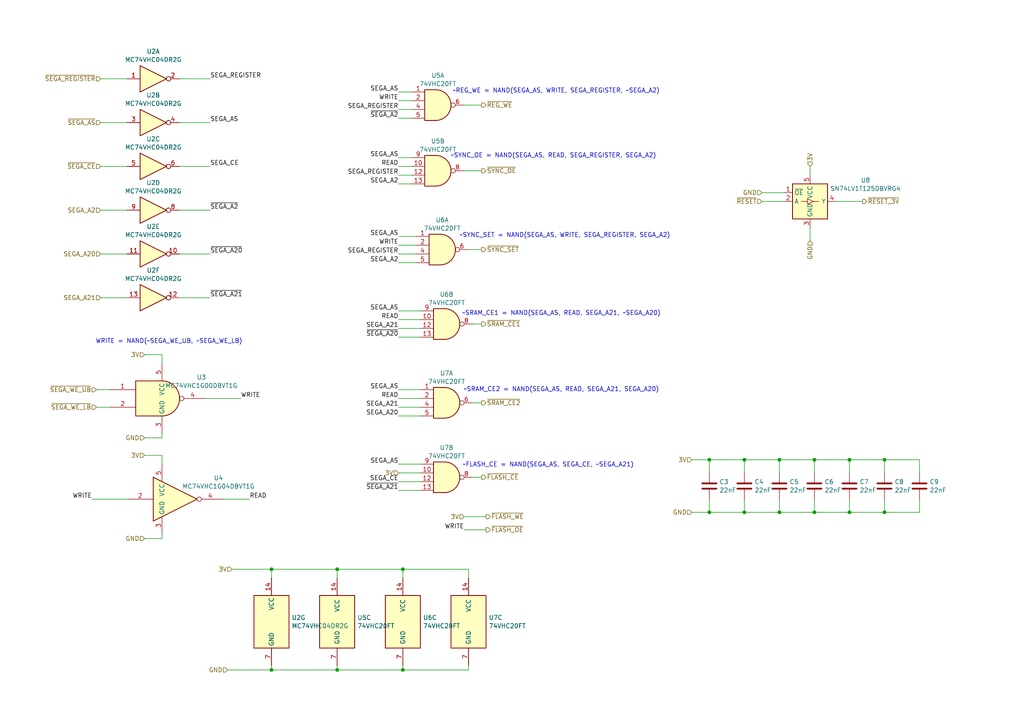
<source format=kicad_sch>
(kicad_sch (version 20231120) (generator "eeschema") (generator_version "8.0")
  (paper "A4")
  (title_block (title "Kinetoscope Control Signal Decoder"))
  (lib_symbols
    (symbol "74xGxx:74AUP1G00"
      (property "Reference" "U" (at -2.54 3.81 0))
      (property "Value" "74AUP1G00" (at 0 -3.81 0))
      (symbol "74AUP1G00_0_1"
        (arc (start 0 -5.08) (mid 5.0579 0) (end 0 5.08) (stroke (width 0.254)) (fill (type background)))
        (polyline (pts (xy 0 -5.08) (xy -7.62 -5.08) (xy -7.62 5.08) (xy 0 5.08)) (stroke (width 0.254)) (fill (type background)))
      )
      (symbol "74AUP1G00_1_1"
        (pin input line (at -15.24 2.54 0) (length 7.62) (name "~") (number "1"))
        (pin input line (at -15.24 -2.54 0) (length 7.62) (name "~") (number "2"))
        (pin power_in line (at 0 -10.16 90) (length 5.08) (name "GND") (number "3"))
        (pin output inverted (at 12.7 0 180) (length 7.62) (name "~") (number "4"))
        (pin power_in line (at 0 10.16 270) (length 5.08) (name "VCC") (number "5"))
      )
    )
    (symbol "74xGxx:74LVC1G04"
      (property "Reference" "U" (at 0 7.62 0))
      (property "Value" "74LVC1G04" (at 5.08 -7.62 0))
      (symbol "74LVC1G04_0_1"
        (polyline (pts (xy -7.62 6.35) (xy -7.62 -6.35) (xy 5.08 0) (xy -7.62 6.35)) (stroke (width 0.254)) (fill (type background)))
      )
      (symbol "74LVC1G04_1_1"
        (pin input line (at -15.24 0 0) (length 7.62) (name "~") (number "2"))
        (pin power_in line (at -5.08 -10.16 90) (length 5.08) (name "GND") (number "3"))
        (pin output inverted (at 12.7 0 180) (length 7.62) (name "~") (number "4"))
        (pin power_in line (at -5.08 10.16 270) (length 5.08) (name "VCC") (number "5"))
      )
    )
    (symbol "74xx:74HC04"
      (property "Reference" "U" (at 0 1.27 0))
      (property "Value" "74HC04" (at 0 -1.27 0))
      (symbol "74HC04_1_0"
        (polyline (pts (xy -3.81 3.81) (xy -3.81 -3.81) (xy 3.81 0) (xy -3.81 3.81)) (stroke (width 0.254)) (fill (type background)))
        (pin input line (at -7.62 0 0) (length 3.81) (name "~") (number "1"))
        (pin output inverted (at 7.62 0 180) (length 3.81) (name "~") (number "2"))
      )
      (symbol "74HC04_2_0"
        (polyline (pts (xy -3.81 3.81) (xy -3.81 -3.81) (xy 3.81 0) (xy -3.81 3.81)) (stroke (width 0.254)) (fill (type background)))
        (pin input line (at -7.62 0 0) (length 3.81) (name "~") (number "3"))
        (pin output inverted (at 7.62 0 180) (length 3.81) (name "~") (number "4"))
      )
      (symbol "74HC04_3_0"
        (polyline (pts (xy -3.81 3.81) (xy -3.81 -3.81) (xy 3.81 0) (xy -3.81 3.81)) (stroke (width 0.254)) (fill (type background)))
        (pin input line (at -7.62 0 0) (length 3.81) (name "~") (number "5"))
        (pin output inverted (at 7.62 0 180) (length 3.81) (name "~") (number "6"))
      )
      (symbol "74HC04_4_0"
        (polyline (pts (xy -3.81 3.81) (xy -3.81 -3.81) (xy 3.81 0) (xy -3.81 3.81)) (stroke (width 0.254)) (fill (type background)))
        (pin output inverted (at 7.62 0 180) (length 3.81) (name "~") (number "8"))
        (pin input line (at -7.62 0 0) (length 3.81) (name "~") (number "9"))
      )
      (symbol "74HC04_5_0"
        (polyline (pts (xy -3.81 3.81) (xy -3.81 -3.81) (xy 3.81 0) (xy -3.81 3.81)) (stroke (width 0.254)) (fill (type background)))
        (pin output inverted (at 7.62 0 180) (length 3.81) (name "~") (number "10"))
        (pin input line (at -7.62 0 0) (length 3.81) (name "~") (number "11"))
      )
      (symbol "74HC04_6_0"
        (polyline (pts (xy -3.81 3.81) (xy -3.81 -3.81) (xy 3.81 0) (xy -3.81 3.81)) (stroke (width 0.254)) (fill (type background)))
        (pin output inverted (at 7.62 0 180) (length 3.81) (name "~") (number "12"))
        (pin input line (at -7.62 0 0) (length 3.81) (name "~") (number "13"))
      )
      (symbol "74HC04_7_0"
        (pin power_in line (at 0 12.7 270) (length 5.08) (name "VCC") (number "14"))
        (pin power_in line (at 0 -12.7 90) (length 5.08) (name "GND") (number "7"))
      )
      (symbol "74HC04_7_1"
        (rectangle (start -5.08 7.62) (end 5.08 -7.62) (stroke (width 0.254)) (fill (type background)))
      )
    )
    (symbol "74xx:74LS20" (pin_names (offset 1.016))
      (property "Reference" "U" (at 0 1.27 0))
      (property "Value" "74LS20" (at 0 -1.27 0))
      (symbol "74LS20_1_1"
        (arc (start -0.635 -4.445) (mid 3.7907 0) (end -0.635 4.445) (stroke (width 0.254)) (fill (type background)))
        (polyline (pts (xy -0.635 4.445) (xy -3.81 4.445) (xy -3.81 -4.445) (xy -0.635 -4.445)) (stroke (width 0.254)) (fill (type background)))
        (pin input line (at -7.62 3.81 0) (length 3.81) (name "~") (number "1"))
        (pin input line (at -7.62 1.27 0) (length 3.81) (name "~") (number "2"))
        (pin input line (at -7.62 -1.27 0) (length 3.81) (name "~") (number "4"))
        (pin input line (at -7.62 -3.81 0) (length 3.81) (name "~") (number "5"))
        (pin output inverted (at 7.62 0 180) (length 3.81) (name "~") (number "6"))
      )
      (symbol "74LS20_1_2"
        (arc (start -3.81 -4.445) (mid -2.5908 0) (end -3.81 4.445) (stroke (width 0.254)))
        (arc (start -0.6096 -4.445) (mid 2.2246 -2.8422) (end 3.81 0) (stroke (width 0.254)) (fill (type background)))
        (polyline (pts (xy -3.81 -4.445) (xy -0.635 -4.445)) (stroke (width 0.254)) (fill (type background)))
        (polyline (pts (xy -3.81 4.445) (xy -0.635 4.445)) (stroke (width 0.254)) (fill (type background)))
        (polyline (pts (xy -0.635 4.445) (xy -3.81 4.445) (xy -3.81 4.445) (xy -3.6322 4.0894) (xy -3.0988 2.921) (xy -2.7686 1.6764) (xy -2.6162 0.4318) (xy -2.6416 -0.8636) (xy -2.8702 -2.1082) (xy -3.2512 -3.3274) (xy -3.81 -4.445) (xy -3.81 -4.445) (xy -0.635 -4.445)) (stroke (width -25.4)) (fill (type background)))
        (arc (start 3.81 0) (mid 2.2204 2.8379) (end -0.6096 4.445) (stroke (width 0.254)) (fill (type background)))
        (pin input inverted (at -7.62 3.81 0) (length 3.81) (name "~") (number "1"))
        (pin input inverted (at -7.62 1.27 0) (length 4.826) (name "~") (number "2"))
        (pin input inverted (at -7.62 -1.27 0) (length 4.826) (name "~") (number "4"))
        (pin input inverted (at -7.62 -3.81 0) (length 3.81) (name "~") (number "5"))
        (pin output line (at 7.62 0 180) (length 3.81) (name "~") (number "6"))
      )
      (symbol "74LS20_2_1"
        (arc (start -0.635 -4.445) (mid 3.7907 0) (end -0.635 4.445) (stroke (width 0.254)) (fill (type background)))
        (polyline (pts (xy -0.635 4.445) (xy -3.81 4.445) (xy -3.81 -4.445) (xy -0.635 -4.445)) (stroke (width 0.254)) (fill (type background)))
        (pin input line (at -7.62 1.27 0) (length 3.81) (name "~") (number "10"))
        (pin input line (at -7.62 -1.27 0) (length 3.81) (name "~") (number "12"))
        (pin input line (at -7.62 -3.81 0) (length 3.81) (name "~") (number "13"))
        (pin output inverted (at 7.62 0 180) (length 3.81) (name "~") (number "8"))
        (pin input line (at -7.62 3.81 0) (length 3.81) (name "~") (number "9"))
      )
      (symbol "74LS20_2_2"
        (arc (start -3.81 -4.445) (mid -2.5908 0) (end -3.81 4.445) (stroke (width 0.254)))
        (arc (start -0.6096 -4.445) (mid 2.2246 -2.8422) (end 3.81 0) (stroke (width 0.254)) (fill (type background)))
        (polyline (pts (xy -3.81 -4.445) (xy -0.635 -4.445)) (stroke (width 0.254)) (fill (type background)))
        (polyline (pts (xy -3.81 4.445) (xy -0.635 4.445)) (stroke (width 0.254)) (fill (type background)))
        (polyline (pts (xy -0.635 4.445) (xy -3.81 4.445) (xy -3.81 4.445) (xy -3.6322 4.0894) (xy -3.0988 2.921) (xy -2.7686 1.6764) (xy -2.6162 0.4318) (xy -2.6416 -0.8636) (xy -2.8702 -2.1082) (xy -3.2512 -3.3274) (xy -3.81 -4.445) (xy -3.81 -4.445) (xy -0.635 -4.445)) (stroke (width -25.4)) (fill (type background)))
        (arc (start 3.81 0) (mid 2.2204 2.8379) (end -0.6096 4.445) (stroke (width 0.254)) (fill (type background)))
        (pin input inverted (at -7.62 1.27 0) (length 4.826) (name "~") (number "10"))
        (pin input inverted (at -7.62 -1.27 0) (length 4.826) (name "~") (number "12"))
        (pin input inverted (at -7.62 -3.81 0) (length 3.81) (name "~") (number "13"))
        (pin output line (at 7.62 0 180) (length 3.81) (name "~") (number "8"))
        (pin input inverted (at -7.62 3.81 0) (length 3.81) (name "~") (number "9"))
      )
      (symbol "74LS20_3_0"
        (pin power_in line (at 0 12.7 270) (length 5.08) (name "VCC") (number "14"))
        (pin power_in line (at 0 -12.7 90) (length 5.08) (name "GND") (number "7"))
      )
      (symbol "74LS20_3_1"
        (rectangle (start -5.08 7.62) (end 5.08 -7.62) (stroke (width 0.254)) (fill (type background)))
      )
    )
    (symbol "Device:C" (pin_numbers hide) (pin_names (offset 0.254))
      (property "Reference" "C" (at 0.635 2.54 0))
      (property "Value" "C" (at 0.635 -2.54 0))
      (symbol "C_0_1"
        (polyline (pts (xy -2.032 -0.762) (xy 2.032 -0.762)) (stroke (width 0.508)))
        (polyline (pts (xy -2.032 0.762) (xy 2.032 0.762)) (stroke (width 0.508)))
      )
      (symbol "C_1_1"
        (pin passive line (at 0 3.81 270) (length 2.794) (name "~") (number "1"))
        (pin passive line (at 0 -3.81 90) (length 2.794) (name "~") (number "2"))
      )
    )
    (symbol "Logic_LevelTranslator:SN74LV1T125DBV"
      (property "Reference" "U" (at 5.08 6.35 0))
      (property "Value" "SN74LV1T125DBV" (at 5.08 3.81 0))
      (symbol "SN74LV1T125DBV_0_1"
        (rectangle (start -5.08 5.08) (end 5.08 -5.08) (stroke (width 0.254)) (fill (type background)))
        (polyline (pts (xy -0.762 0) (xy -2.54 0)))
        (polyline (pts (xy 1.016 0) (xy 2.54 0)))
      )
      (symbol "SN74LV1T125DBV_1_1"
        (polyline (pts (xy -0.762 -0.762) (xy -0.762 0.762) (xy 1.016 0) (xy -0.762 -0.762)))
        (pin input line (at -7.62 2.54 0) (length 2.54) (name "~{OE}") (number "1"))
        (pin input line (at -7.62 0 0) (length 2.54) (name "A") (number "2"))
        (pin power_in line (at 0 -7.62 90) (length 2.54) (name "GND") (number "3"))
        (pin output line (at 7.62 0 180) (length 2.54) (name "Y") (number "4"))
        (pin power_in line (at 0 7.62 270) (length 2.54) (name "VCC") (number "5"))
      )
    )
  )
  (junction (at 256.54 148.59))
  (junction (at 215.9 148.59))
  (junction (at 205.74 133.35))
  (junction (at 226.06 133.35))
  (junction (at 246.38 133.35))
  (junction (at 116.84 165.1))
  (junction (at 236.22 148.59))
  (junction (at 246.38 148.59))
  (junction (at 78.74 194.31))
  (junction (at 205.74 148.59))
  (junction (at 116.84 194.31))
  (junction (at 97.79 165.1))
  (junction (at 215.9 133.35))
  (junction (at 236.22 133.35))
  (junction (at 226.06 148.59))
  (junction (at 256.54 133.35))
  (junction (at 78.74 165.1))
  (junction (at 97.79 194.31))
  (wire (pts (xy 256.54 133.35) (xy 256.54 137.16)))
  (wire (pts (xy 246.38 144.78) (xy 246.38 148.59)))
  (wire (pts (xy 246.38 133.35) (xy 246.38 137.16)))
  (wire (pts (xy 115.57 26.67) (xy 119.38 26.67)))
  (wire (pts (xy 116.84 165.1) (xy 135.89 165.1)))
  (wire (pts (xy 226.06 133.35) (xy 236.22 133.35)))
  (wire (pts (xy 134.62 153.67) (xy 140.97 153.67)))
  (wire (pts (xy 115.57 139.7) (xy 121.92 139.7)))
  (wire (pts (xy 115.57 48.26) (xy 119.38 48.26)))
  (wire (pts (xy 256.54 144.78) (xy 256.54 148.59)))
  (wire (pts (xy 215.9 144.78) (xy 215.9 148.59)))
  (wire (pts (xy 29.21 35.56) (xy 36.83 35.56)))
  (wire (pts (xy 135.89 72.39) (xy 139.7 72.39)))
  (wire (pts (xy 137.16 116.84) (xy 139.7 116.84)))
  (wire (pts (xy 246.38 148.59) (xy 256.54 148.59)))
  (wire (pts (xy 236.22 133.35) (xy 236.22 137.16)))
  (wire (pts (xy 242.57 58.42) (xy 250.19 58.42)))
  (wire (pts (xy 115.57 142.24) (xy 121.92 142.24)))
  (wire (pts (xy 266.7 144.78) (xy 266.7 148.59)))
  (wire (pts (xy 116.84 165.1) (xy 116.84 167.64)))
  (wire (pts (xy 115.57 29.21) (xy 119.38 29.21)))
  (wire (pts (xy 67.31 165.1) (xy 78.74 165.1)))
  (wire (pts (xy 215.9 148.59) (xy 226.06 148.59)))
  (wire (pts (xy 115.57 90.17) (xy 121.92 90.17)))
  (wire (pts (xy 115.57 68.58) (xy 120.65 68.58)))
  (wire (pts (xy 236.22 148.59) (xy 246.38 148.59)))
  (wire (pts (xy 116.84 194.31) (xy 135.89 194.31)))
  (wire (pts (xy 52.07 86.36) (xy 60.96 86.36)))
  (wire (pts (xy 266.7 133.35) (xy 266.7 137.16)))
  (wire (pts (xy 220.98 55.88) (xy 227.33 55.88)))
  (wire (pts (xy 205.74 133.35) (xy 205.74 137.16)))
  (wire (pts (xy 29.21 86.36) (xy 36.83 86.36)))
  (wire (pts (xy 256.54 148.59) (xy 266.7 148.59)))
  (wire (pts (xy 41.91 127) (xy 46.99 127)))
  (wire (pts (xy 220.98 58.42) (xy 227.33 58.42)))
  (wire (pts (xy 29.21 22.86) (xy 36.83 22.86)))
  (wire (pts (xy 236.22 133.35) (xy 246.38 133.35)))
  (wire (pts (xy 29.21 48.26) (xy 36.83 48.26)))
  (wire (pts (xy 137.16 93.98) (xy 139.7 93.98)))
  (wire (pts (xy 29.21 60.96) (xy 36.83 60.96)))
  (wire (pts (xy 200.66 133.35) (xy 205.74 133.35)))
  (wire (pts (xy 135.89 194.31) (xy 135.89 193.04)))
  (wire (pts (xy 97.79 194.31) (xy 116.84 194.31)))
  (wire (pts (xy 115.57 97.79) (xy 121.92 97.79)))
  (wire (pts (xy 246.38 133.35) (xy 256.54 133.35)))
  (wire (pts (xy 46.99 132.08) (xy 41.91 132.08)))
  (wire (pts (xy 52.07 22.86) (xy 60.96 22.86)))
  (wire (pts (xy 134.62 30.48) (xy 139.7 30.48)))
  (wire (pts (xy 78.74 194.31) (xy 97.79 194.31)))
  (wire (pts (xy 41.91 102.87) (xy 46.99 102.87)))
  (wire (pts (xy 115.57 115.57) (xy 121.92 115.57)))
  (wire (pts (xy 46.99 134.62) (xy 46.99 132.08)))
  (wire (pts (xy 46.99 127) (xy 46.99 125.73)))
  (wire (pts (xy 27.94 113.03) (xy 31.75 113.03)))
  (wire (pts (xy 215.9 133.35) (xy 226.06 133.35)))
  (wire (pts (xy 115.57 134.62) (xy 121.92 134.62)))
  (wire (pts (xy 115.57 50.8) (xy 119.38 50.8)))
  (wire (pts (xy 115.57 120.65) (xy 121.92 120.65)))
  (wire (pts (xy 205.74 148.59) (xy 215.9 148.59)))
  (wire (pts (xy 115.57 95.25) (xy 121.92 95.25)))
  (wire (pts (xy 215.9 133.35) (xy 215.9 137.16)))
  (wire (pts (xy 205.74 133.35) (xy 215.9 133.35)))
  (wire (pts (xy 115.57 73.66) (xy 120.65 73.66)))
  (wire (pts (xy 115.57 92.71) (xy 121.92 92.71)))
  (wire (pts (xy 115.57 137.16) (xy 121.92 137.16)))
  (wire (pts (xy 116.84 194.31) (xy 116.84 193.04)))
  (wire (pts (xy 46.99 156.21) (xy 46.99 154.94)))
  (wire (pts (xy 52.07 73.66) (xy 60.96 73.66)))
  (wire (pts (xy 115.57 76.2) (xy 120.65 76.2)))
  (wire (pts (xy 59.69 115.57) (xy 69.85 115.57)))
  (wire (pts (xy 64.77 144.78) (xy 72.39 144.78)))
  (wire (pts (xy 205.74 144.78) (xy 205.74 148.59)))
  (wire (pts (xy 236.22 144.78) (xy 236.22 148.59)))
  (wire (pts (xy 134.62 49.53) (xy 139.7 49.53)))
  (wire (pts (xy 137.16 138.43) (xy 139.7 138.43)))
  (wire (pts (xy 27.94 118.11) (xy 31.75 118.11)))
  (wire (pts (xy 226.06 133.35) (xy 226.06 137.16)))
  (wire (pts (xy 115.57 31.75) (xy 119.38 31.75)))
  (wire (pts (xy 52.07 48.26) (xy 60.96 48.26)))
  (wire (pts (xy 52.07 60.96) (xy 60.96 60.96)))
  (wire (pts (xy 26.67 144.78) (xy 36.83 144.78)))
  (wire (pts (xy 29.21 73.66) (xy 36.83 73.66)))
  (wire (pts (xy 78.74 165.1) (xy 97.79 165.1)))
  (wire (pts (xy 234.95 48.26) (xy 234.95 50.8)))
  (wire (pts (xy 46.99 102.87) (xy 46.99 105.41)))
  (wire (pts (xy 226.06 148.59) (xy 236.22 148.59)))
  (wire (pts (xy 97.79 165.1) (xy 116.84 165.1)))
  (wire (pts (xy 52.07 35.56) (xy 60.96 35.56)))
  (wire (pts (xy 78.74 193.04) (xy 78.74 194.31)))
  (wire (pts (xy 97.79 165.1) (xy 97.79 167.64)))
  (wire (pts (xy 41.91 156.21) (xy 46.99 156.21)))
  (wire (pts (xy 135.89 165.1) (xy 135.89 167.64)))
  (wire (pts (xy 115.57 118.11) (xy 121.92 118.11)))
  (wire (pts (xy 115.57 34.29) (xy 119.38 34.29)))
  (wire (pts (xy 115.57 53.34) (xy 119.38 53.34)))
  (wire (pts (xy 234.95 66.04) (xy 234.95 69.85)))
  (wire (pts (xy 78.74 194.31) (xy 66.04 194.31)))
  (wire (pts (xy 97.79 194.31) (xy 97.79 193.04)))
  (wire (pts (xy 115.57 45.72) (xy 119.38 45.72)))
  (wire (pts (xy 134.62 149.86) (xy 140.97 149.86)))
  (wire (pts (xy 78.74 165.1) (xy 78.74 167.64)))
  (wire (pts (xy 200.66 148.59) (xy 205.74 148.59)))
  (wire (pts (xy 226.06 144.78) (xy 226.06 148.59)))
  (wire (pts (xy 115.57 71.12) (xy 120.65 71.12)))
  (wire (pts (xy 115.57 113.03) (xy 121.92 113.03)))
  (wire (pts (xy 256.54 133.35) (xy 266.7 133.35)))
  (text "~SYNC_SET = NAND(SEGA_AS, WRITE, SEGA_REGISTER, SEGA_A2)" (at 163.83 68.326 0) (effects (font (size 1.27 1.27))))
  (text "WRITE = NAND(~SEGA_WE_UB, ~SEGA_WE_LB)" (at 49.022 99.06 0) (effects (font (size 1.27 1.27))))
  (text "~FLASH_CE = NAND(SEGA_AS, SEGA_CE, ~SEGA_A21)" (at 159.004 134.874 0) (effects (font (size 1.27 1.27))))
  (text "~SYNC_OE = NAND(SEGA_AS, READ, SEGA_REGISTER, SEGA_A2)" (at 160.528 45.212 0) (effects (font (size 1.27 1.27))))
  (text "~SRAM_CE1 = NAND(SEGA_AS, READ, SEGA_A21, ~SEGA_A20)" (at 162.814 90.932 0) (effects (font (size 1.27 1.27))))
  (text "~SRAM_CE2 = NAND(SEGA_AS, READ, SEGA_A21, SEGA_A20)" (at 162.814 113.03 0) (effects (font (size 1.27 1.27))))
  (text "~REG_WE = NAND(SEGA_AS, WRITE, SEGA_REGISTER, ~SEGA_A2)" (at 161.29 26.416 0) (effects (font (size 1.27 1.27))))
  (label "SEGA_A21" (at 115.57 95.25 180))
  (label "SEGA_A21" (at 115.57 118.11 180))
  (label "SEGA_REGISTER" (at 115.57 31.75 180))
  (label "SEGA_A2" (at 115.57 76.2 180))
  (label "SEGA_AS" (at 115.57 68.58 180))
  (label "~{SEGA_A2}" (at 115.57 34.29 180))
  (label "SEGA_REGISTER" (at 115.57 73.66 180))
  (label "~{SEGA_A21}" (at 60.96 86.36 0))
  (label "READ" (at 72.39 144.78 0))
  (label "SEGA_AS" (at 115.57 26.67 180))
  (label "SEGA_AS" (at 115.57 134.62 180))
  (label "~{SEGA_A20}" (at 60.96 73.66 0))
  (label "WRITE" (at 69.85 115.57 0))
  (label "SEGA_AS" (at 115.57 113.03 180))
  (label "WRITE" (at 115.57 29.21 180))
  (label "SEGA_CE" (at 115.57 139.7 180))
  (label "SEGA_AS" (at 115.57 90.17 180))
  (label "WRITE" (at 26.67 144.78 180))
  (label "READ" (at 115.57 115.57 180))
  (label "~{SEGA_A20}" (at 115.57 97.79 180))
  (label "SEGA_REGISTER" (at 115.57 50.8 180))
  (label "SEGA_CE" (at 60.96 48.26 0))
  (label "SEGA_A20" (at 115.57 120.65 180))
  (label "READ" (at 115.57 92.71 180))
  (label "SEGA_REGISTER" (at 60.96 22.86 0))
  (label "WRITE" (at 134.62 153.67 180))
  (label "SEGA_AS" (at 115.57 45.72 180))
  (label "READ" (at 115.57 48.26 180))
  (label "~{SEGA_A21}" (at 115.57 142.24 180))
  (label "SEGA_A2" (at 115.57 53.34 180))
  (label "WRITE" (at 115.57 71.12 180))
  (label "SEGA_AS" (at 60.96 35.56 0))
  (label "~{SEGA_A2}" (at 60.96 60.96 0))
  (hierarchical_label "~{SEGA_REGISTER}" (shape input) (at 29.21 22.86 180))
  (hierarchical_label "GND" (shape input) (at 220.98 55.88 180))
  (hierarchical_label "~{SEGA_CE}" (shape input) (at 29.21 48.26 180))
  (hierarchical_label "~{SEGA_WE_UB}" (shape input) (at 27.94 113.03 180))
  (hierarchical_label "~{SYNC_SET}" (shape output) (at 139.7 72.39 0))
  (hierarchical_label "3V" (shape input) (at 134.62 149.86 180))
  (hierarchical_label "3V" (shape input) (at 115.57 137.16 180))
  (hierarchical_label "3V" (shape input) (at 200.66 133.35 180))
  (hierarchical_label "SEGA_A2" (shape input) (at 29.21 60.96 180))
  (hierarchical_label "~{RESET}" (shape input) (at 220.98 58.42 180))
  (hierarchical_label "3V" (shape input) (at 67.31 165.1 180))
  (hierarchical_label "GND" (shape input) (at 41.91 127 180))
  (hierarchical_label "~{SEGA_WE_LB}" (shape input) (at 27.94 118.11 180))
  (hierarchical_label "~{FLASH_OE}" (shape output) (at 140.97 153.67 0))
  (hierarchical_label "~{SRAM_CE1}" (shape output) (at 139.7 93.98 0))
  (hierarchical_label "~{FLASH_WE}" (shape output) (at 140.97 149.86 0))
  (hierarchical_label "SEGA_A20" (shape input) (at 29.21 73.66 180))
  (hierarchical_label "GND" (shape input) (at 200.66 148.59 180))
  (hierarchical_label "~{RESET_3V}" (shape output) (at 250.19 58.42 0))
  (hierarchical_label "3V" (shape input) (at 41.91 132.08 180))
  (hierarchical_label "GND" (shape input) (at 234.95 69.85 270))
  (hierarchical_label "GND" (shape input) (at 41.91 156.21 180))
  (hierarchical_label "~{FLASH_CE}" (shape output) (at 139.7 138.43 0))
  (hierarchical_label "3V" (shape input) (at 234.95 48.26 90))
  (hierarchical_label "GND" (shape input) (at 66.04 194.31 180))
  (hierarchical_label "~{SRAM_CE2}" (shape output) (at 139.7 116.84 0))
  (hierarchical_label "SEGA_A21" (shape input) (at 29.21 86.36 180))
  (hierarchical_label "~{REG_WE}" (shape output) (at 139.7 30.48 0))
  (hierarchical_label "3V" (shape input) (at 41.91 102.87 180))
  (hierarchical_label "~{SYNC_OE}" (shape output) (at 139.7 49.53 0))
  (hierarchical_label "~{SEGA_AS}" (shape input) (at 29.21 35.56 180))
  (symbol (lib_id "Logic_LevelTranslator:SN74LV1T125DBV") (at 234.95 58.42 0) (unit 1)
    (property "Reference" "U8" (at 251.0329 52.275 0))
    (property "Value" "SN74LV1T125DBVRG4" (at 251.0329 54.6993 0))
    (property "Footprint" "Package_TO_SOT_SMD:SOT-23-5" (effects (hide yes)))
    (property "Datasheet" "https://www.ti.com/lit/gpn/sn74lv1t125" (effects (hide yes)))
    (property "Description" "Single Power Supply, Single Buffer Gate with 3-State Output, CMOS Logic Level Shifter Level Shifter, SOT-23-5" (effects (hide yes)))
  )
  (symbol (lib_id "74xGxx:74LVC1G04") (at 52.07 144.78 0) (unit 1)
    (property "Reference" "U4" (at 63.3753 138.635 0))
    (property "Value" "MC74VHC1G04DBVT1G" (at 63.3753 141.0593 0))
    (property "Footprint" "Package_TO_SOT_SMD:SC-74A-5_1.55x2.9mm_P0.95mm" (effects (hide yes)))
    (property "Datasheet" "https://www.mouser.com/datasheet/2/308/1/MC74VHC1G04_D-2316026.pdf" (effects (hide yes)))
    (property "Description" "Single NOT Gate, Low-Voltage CMOS" (effects (hide yes)))
  )
  (symbol (lib_id "74xx:74LS20") (at 128.27 72.39 0) (unit 1)
    (property "Reference" "U6" (at 128.2603 63.8005 0))
    (property "Value" "74VHC20FT" (at 128.2603 66.2248 0))
    (property "Footprint" "Package_SO:TSSOP-14_4.4x5mm_P0.65mm" (effects (hide yes)))
    (property "Datasheet" "https://www.mouser.com/datasheet/2/408/74VHC20FT_datasheet_en_20160818-1528131.pdf" (effects (hide yes)))
    (property "Description" "Dual 4-input NAND" (effects (hide yes)))
  )
  (symbol (lib_id "74xx:74LS20") (at 129.54 116.84 0) (unit 1)
    (property "Reference" "U7" (at 129.5303 108.2505 0))
    (property "Value" "74VHC20FT" (at 129.5303 110.6748 0))
    (property "Footprint" "Package_SO:TSSOP-14_4.4x5mm_P0.65mm" (effects (hide yes)))
    (property "Datasheet" "https://www.mouser.com/datasheet/2/408/74VHC20FT_datasheet_en_20160818-1528131.pdf" (effects (hide yes)))
    (property "Description" "Dual 4-input NAND" (effects (hide yes)))
  )
  (symbol (lib_id "Device:C") (at 226.06 140.97 0) (unit 1)
    (property "Reference" "C5" (at 228.981 139.7578 0) (effects (justify left)))
    (property "Value" "22nF" (at 228.981 142.1821 0) (effects (justify left)))
    (property "Footprint" "Capacitor_SMD:C_0603_1608Metric" (effects (hide yes)))
    (property "Datasheet" "https://www.mouser.com/datasheet/2/447/KEM_C1002_X7R_SMD-3316098.pdf" (effects (hide yes)))
    (property "Description" "Unpolarized capacitor" (effects (hide yes)))
  )
  (symbol (lib_id "74xx:74HC04") (at 44.45 35.56 0) (unit 2)
    (property "Reference" "U2" (at 44.45 27.6055 0))
    (property "Value" "MC74VHC04DR2G" (at 44.45 30.0298 0))
    (property "Footprint" "Package_SO:SOIC-14_3.9x8.7mm_P1.27mm" (effects (hide yes)))
    (property "Datasheet" "https://www.mouser.com/datasheet/2/308/1/MC74VHC04_D-2315473.pdf " (effects (hide yes)))
    (property "Description" "Hex Inverter" (effects (hide yes)))
  )
  (symbol (lib_id "74xx:74LS20") (at 116.84 180.34 0) (unit 3)
    (property "Reference" "U6" (at 122.682 179.1278 0) (effects (justify left)))
    (property "Value" "74VHC20FT" (at 122.682 181.5521 0) (effects (justify left)))
    (property "Footprint" "Package_SO:TSSOP-14_4.4x5mm_P0.65mm" (effects (hide yes)))
    (property "Datasheet" "https://www.mouser.com/datasheet/2/408/74VHC20FT_datasheet_en_20160818-1528131.pdf" (effects (hide yes)))
    (property "Description" "Dual 4-input NAND" (effects (hide yes)))
  )
  (symbol (lib_id "74xx:74HC04") (at 44.45 73.66 0) (unit 5)
    (property "Reference" "U2" (at 44.45 65.7055 0))
    (property "Value" "MC74VHC04DR2G" (at 44.45 68.1298 0))
    (property "Footprint" "Package_SO:SOIC-14_3.9x8.7mm_P1.27mm" (effects (hide yes)))
    (property "Datasheet" "https://www.mouser.com/datasheet/2/308/1/MC74VHC04_D-2315473.pdf " (effects (hide yes)))
    (property "Description" "Hex Inverter" (effects (hide yes)))
  )
  (symbol (lib_id "74xGxx:74AUP1G00") (at 46.99 115.57 0) (unit 1)
    (property "Reference" "U3" (at 58.4243 109.425 0))
    (property "Value" "MC74VHC1G00DBVT1G" (at 58.4243 111.8493 0))
    (property "Footprint" "Package_TO_SOT_SMD:SC-74A-5_1.55x2.9mm_P0.95mm" (effects (hide yes)))
    (property "Datasheet" "https://www.mouser.com/datasheet/2/308/1/MC74VHC1G00_D-2315498.pdf" (effects (hide yes)))
    (property "Description" "Single NAND Gate, Low-Voltage CMOS" (effects (hide yes)))
  )
  (symbol (lib_id "74xx:74LS20") (at 97.79 180.34 0) (unit 3)
    (property "Reference" "U5" (at 103.632 179.1278 0) (effects (justify left)))
    (property "Value" "74VHC20FT" (at 103.632 181.5521 0) (effects (justify left)))
    (property "Footprint" "Package_SO:TSSOP-14_4.4x5mm_P0.65mm" (effects (hide yes)))
    (property "Datasheet" "https://www.mouser.com/datasheet/2/408/74VHC20FT_datasheet_en_20160818-1528131.pdf" (effects (hide yes)))
    (property "Description" "Dual 4-input NAND" (effects (hide yes)))
  )
  (symbol (lib_id "74xx:74LS20") (at 127 49.53 0) (unit 2)
    (property "Reference" "U5" (at 126.9903 40.9405 0))
    (property "Value" "74VHC20FT" (at 126.9903 43.3648 0))
    (property "Footprint" "Package_SO:TSSOP-14_4.4x5mm_P0.65mm" (effects (hide yes)))
    (property "Datasheet" "https://www.mouser.com/datasheet/2/408/74VHC20FT_datasheet_en_20160818-1528131.pdf" (effects (hide yes)))
    (property "Description" "Dual 4-input NAND" (effects (hide yes)))
  )
  (symbol (lib_id "Device:C") (at 256.54 140.97 0) (unit 1)
    (property "Reference" "C8" (at 259.461 139.7578 0) (effects (justify left)))
    (property "Value" "22nF" (at 259.461 142.1821 0) (effects (justify left)))
    (property "Footprint" "Capacitor_SMD:C_0603_1608Metric" (effects (hide yes)))
    (property "Datasheet" "https://www.mouser.com/datasheet/2/447/KEM_C1002_X7R_SMD-3316098.pdf" (effects (hide yes)))
    (property "Description" "Unpolarized capacitor" (effects (hide yes)))
  )
  (symbol (lib_id "74xx:74HC04") (at 44.45 48.26 0) (unit 3)
    (property "Reference" "U2" (at 44.45 40.3055 0))
    (property "Value" "MC74VHC04DR2G" (at 44.45 42.7298 0))
    (property "Footprint" "Package_SO:SOIC-14_3.9x8.7mm_P1.27mm" (effects (hide yes)))
    (property "Datasheet" "https://www.mouser.com/datasheet/2/308/1/MC74VHC04_D-2315473.pdf " (effects (hide yes)))
    (property "Description" "Hex Inverter" (effects (hide yes)))
  )
  (symbol (lib_id "74xx:74HC04") (at 44.45 22.86 0) (unit 1)
    (property "Reference" "U2" (at 44.45 14.9055 0))
    (property "Value" "MC74VHC04DR2G" (at 44.45 17.3298 0))
    (property "Footprint" "Package_SO:SOIC-14_3.9x8.7mm_P1.27mm" (effects (hide yes)))
    (property "Datasheet" "https://www.mouser.com/datasheet/2/308/1/MC74VHC04_D-2315473.pdf " (effects (hide yes)))
    (property "Description" "Hex Inverter" (effects (hide yes)))
  )
  (symbol (lib_id "74xx:74LS20") (at 129.54 93.98 0) (unit 2)
    (property "Reference" "U6" (at 129.5303 85.3905 0))
    (property "Value" "74VHC20FT" (at 129.5303 87.8148 0))
    (property "Footprint" "Package_SO:TSSOP-14_4.4x5mm_P0.65mm" (effects (hide yes)))
    (property "Datasheet" "https://www.mouser.com/datasheet/2/408/74VHC20FT_datasheet_en_20160818-1528131.pdf" (effects (hide yes)))
    (property "Description" "Dual 4-input NAND" (effects (hide yes)))
  )
  (symbol (lib_id "74xx:74HC04") (at 78.74 180.34 0) (unit 7)
    (property "Reference" "U2" (at 84.582 179.1278 0) (effects (justify left)))
    (property "Value" "MC74VHC04DR2G" (at 84.582 181.5521 0) (effects (justify left)))
    (property "Footprint" "Package_SO:SOIC-14_3.9x8.7mm_P1.27mm" (effects (hide yes)))
    (property "Datasheet" "https://www.mouser.com/datasheet/2/308/1/MC74VHC04_D-2315473.pdf " (effects (hide yes)))
    (property "Description" "Hex Inverter" (effects (hide yes)))
  )
  (symbol (lib_id "74xx:74LS20") (at 135.89 180.34 0) (unit 3)
    (property "Reference" "U7" (at 141.732 179.1278 0) (effects (justify left)))
    (property "Value" "74VHC20FT" (at 141.732 181.5521 0) (effects (justify left)))
    (property "Footprint" "Package_SO:TSSOP-14_4.4x5mm_P0.65mm" (effects (hide yes)))
    (property "Datasheet" "https://www.mouser.com/datasheet/2/408/74VHC20FT_datasheet_en_20160818-1528131.pdf" (effects (hide yes)))
    (property "Description" "Dual 4-input NAND" (effects (hide yes)))
  )
  (symbol (lib_id "Device:C") (at 215.9 140.97 0) (unit 1)
    (property "Reference" "C4" (at 218.821 139.7578 0) (effects (justify left)))
    (property "Value" "22nF" (at 218.821 142.1821 0) (effects (justify left)))
    (property "Footprint" "Capacitor_SMD:C_0603_1608Metric" (effects (hide yes)))
    (property "Datasheet" "https://www.mouser.com/datasheet/2/447/KEM_C1002_X7R_SMD-3316098.pdf" (effects (hide yes)))
    (property "Description" "Unpolarized capacitor" (effects (hide yes)))
  )
  (symbol (lib_id "Device:C") (at 246.38 140.97 0) (unit 1)
    (property "Reference" "C7" (at 249.301 139.7578 0) (effects (justify left)))
    (property "Value" "22nF" (at 249.301 142.1821 0) (effects (justify left)))
    (property "Footprint" "Capacitor_SMD:C_0603_1608Metric" (effects (hide yes)))
    (property "Datasheet" "https://www.mouser.com/datasheet/2/447/KEM_C1002_X7R_SMD-3316098.pdf" (effects (hide yes)))
    (property "Description" "Unpolarized capacitor" (effects (hide yes)))
  )
  (symbol (lib_id "Device:C") (at 266.7 140.97 0) (unit 1)
    (property "Reference" "C9" (at 269.621 139.7578 0) (effects (justify left)))
    (property "Value" "22nF" (at 269.621 142.1821 0) (effects (justify left)))
    (property "Footprint" "Capacitor_SMD:C_0603_1608Metric" (effects (hide yes)))
    (property "Datasheet" "https://www.mouser.com/datasheet/2/447/KEM_C1002_X7R_SMD-3316098.pdf" (effects (hide yes)))
    (property "Description" "Unpolarized capacitor" (effects (hide yes)))
  )
  (symbol (lib_id "74xx:74HC04") (at 44.45 86.36 0) (unit 6)
    (property "Reference" "U2" (at 44.45 78.4055 0))
    (property "Value" "MC74VHC04DR2G" (at 44.45 80.8298 0))
    (property "Footprint" "Package_SO:SOIC-14_3.9x8.7mm_P1.27mm" (effects (hide yes)))
    (property "Datasheet" "https://www.mouser.com/datasheet/2/308/1/MC74VHC04_D-2315473.pdf " (effects (hide yes)))
    (property "Description" "Hex Inverter" (effects (hide yes)))
  )
  (symbol (lib_id "Device:C") (at 205.74 140.97 0) (unit 1)
    (property "Reference" "C3" (at 208.661 139.7578 0) (effects (justify left)))
    (property "Value" "22nF" (at 208.661 142.1821 0) (effects (justify left)))
    (property "Footprint" "Capacitor_SMD:C_0603_1608Metric" (effects (hide yes)))
    (property "Datasheet" "https://www.mouser.com/datasheet/2/447/KEM_C1002_X7R_SMD-3316098.pdf" (effects (hide yes)))
    (property "Description" "Unpolarized capacitor" (effects (hide yes)))
  )
  (symbol (lib_id "74xx:74LS20") (at 127 30.48 0) (unit 1)
    (property "Reference" "U5" (at 126.9903 21.8905 0))
    (property "Value" "74VHC20FT" (at 126.9903 24.3148 0))
    (property "Footprint" "Package_SO:TSSOP-14_4.4x5mm_P0.65mm" (effects (hide yes)))
    (property "Datasheet" "https://www.mouser.com/datasheet/2/408/74VHC20FT_datasheet_en_20160818-1528131.pdf" (effects (hide yes)))
    (property "Description" "Dual 4-input NAND" (effects (hide yes)))
  )
  (symbol (lib_id "74xx:74HC04") (at 44.45 60.96 0) (unit 4)
    (property "Reference" "U2" (at 44.45 53.0055 0))
    (property "Value" "MC74VHC04DR2G" (at 44.45 55.4298 0))
    (property "Footprint" "Package_SO:SOIC-14_3.9x8.7mm_P1.27mm" (effects (hide yes)))
    (property "Datasheet" "https://www.mouser.com/datasheet/2/308/1/MC74VHC04_D-2315473.pdf " (effects (hide yes)))
    (property "Description" "Hex Inverter" (effects (hide yes)))
  )
  (symbol (lib_id "Device:C") (at 236.22 140.97 0) (unit 1)
    (property "Reference" "C6" (at 239.141 139.7578 0) (effects (justify left)))
    (property "Value" "22nF" (at 239.141 142.1821 0) (effects (justify left)))
    (property "Footprint" "Capacitor_SMD:C_0603_1608Metric" (effects (hide yes)))
    (property "Datasheet" "https://www.mouser.com/datasheet/2/447/KEM_C1002_X7R_SMD-3316098.pdf" (effects (hide yes)))
    (property "Description" "Unpolarized capacitor" (effects (hide yes)))
  )
  (symbol (lib_id "74xx:74LS20") (at 129.54 138.43 0) (unit 2)
    (property "Reference" "U7" (at 129.5303 129.8405 0))
    (property "Value" "74VHC20FT" (at 129.5303 132.2648 0))
    (property "Footprint" "Package_SO:TSSOP-14_4.4x5mm_P0.65mm" (effects (hide yes)))
    (property "Datasheet" "https://www.mouser.com/datasheet/2/408/74VHC20FT_datasheet_en_20160818-1528131.pdf" (effects (hide yes)))
    (property "Description" "Dual 4-input NAND" (effects (hide yes)))
  )
)
</source>
